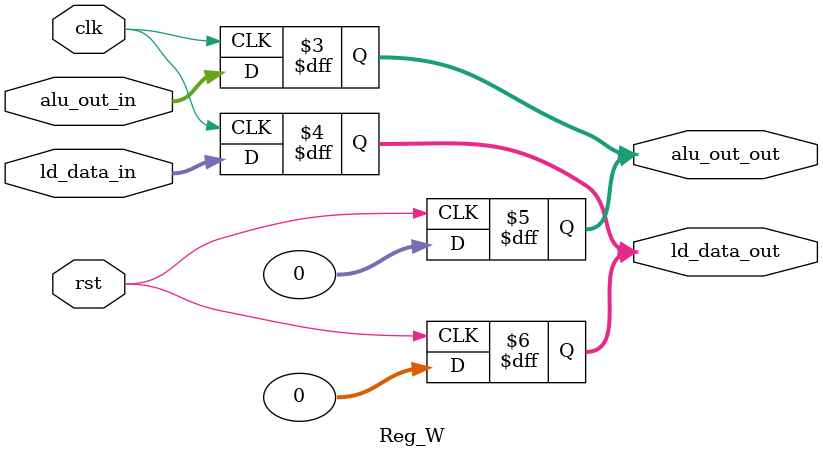
<source format=v>
module Reg_W (
    input clk,
    input rst,
    input [31:0] alu_out_in,
    input [31:0] ld_data_in,
    output reg [31:0] alu_out_out,
    output reg [31:0] ld_data_out
);

always @(posedge rst)
begin
    alu_out_out <= 32'd0;
    ld_data_out <= 32'd0;
end

always @(posedge clk)
begin
    alu_out_out <= alu_out_in;
    ld_data_out <= ld_data_in;
end

endmodule
</source>
